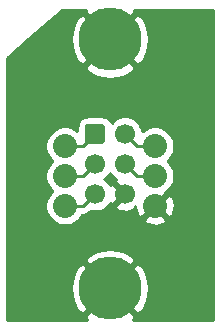
<source format=gbr>
%TF.GenerationSoftware,KiCad,Pcbnew,(5.1.8)-1*%
%TF.CreationDate,2021-11-24T15:46:35-08:00*%
%TF.ProjectId,ISP_SMT_Pogo_6p,4953505f-534d-4545-9f50-6f676f5f3670,rev?*%
%TF.SameCoordinates,Original*%
%TF.FileFunction,Copper,L1,Top*%
%TF.FilePolarity,Positive*%
%FSLAX46Y46*%
G04 Gerber Fmt 4.6, Leading zero omitted, Abs format (unit mm)*
G04 Created by KiCad (PCBNEW (5.1.8)-1) date 2021-11-24 15:46:35*
%MOMM*%
%LPD*%
G01*
G04 APERTURE LIST*
%TA.AperFunction,ComponentPad*%
%ADD10C,2.032000*%
%TD*%
%TA.AperFunction,ComponentPad*%
%ADD11C,1.700000*%
%TD*%
%TA.AperFunction,ComponentPad*%
%ADD12C,5.334000*%
%TD*%
%TA.AperFunction,Conductor*%
%ADD13C,0.250000*%
%TD*%
%TA.AperFunction,Conductor*%
%ADD14C,0.254000*%
%TD*%
%TA.AperFunction,Conductor*%
%ADD15C,0.100000*%
%TD*%
G04 APERTURE END LIST*
D10*
%TO.P,J2,6*%
%TO.N,/GND*%
X144018000Y-81661000D03*
%TO.P,J2,4*%
%TO.N,/MOSI*%
X144018000Y-79121000D03*
%TO.P,J2,5*%
%TO.N,/RST*%
X136398000Y-81661000D03*
%TO.P,J2,3*%
%TO.N,/SCK*%
X136398000Y-79121000D03*
%TO.P,J2,1*%
%TO.N,/MISO*%
X136398000Y-76581000D03*
%TO.P,J2,2*%
%TO.N,/VCC*%
X144018000Y-76581000D03*
%TD*%
D11*
%TO.P,J1,6*%
%TO.N,/GND*%
X141478000Y-80645000D03*
%TO.P,J1,4*%
%TO.N,/MOSI*%
X141478000Y-78105000D03*
%TO.P,J1,2*%
%TO.N,/VCC*%
X141478000Y-75565000D03*
%TO.P,J1,5*%
%TO.N,/RST*%
X138938000Y-80645000D03*
%TO.P,J1,3*%
%TO.N,/SCK*%
X138938000Y-78105000D03*
%TO.P,J1,1*%
%TO.N,/MISO*%
%TA.AperFunction,ComponentPad*%
G36*
G01*
X138088000Y-76165000D02*
X138088000Y-74965000D01*
G75*
G02*
X138338000Y-74715000I250000J0D01*
G01*
X139538000Y-74715000D01*
G75*
G02*
X139788000Y-74965000I0J-250000D01*
G01*
X139788000Y-76165000D01*
G75*
G02*
X139538000Y-76415000I-250000J0D01*
G01*
X138338000Y-76415000D01*
G75*
G02*
X138088000Y-76165000I0J250000D01*
G01*
G37*
%TD.AperFunction*%
%TD*%
D12*
%TO.P,H2,2*%
%TO.N,/GND*%
X140208000Y-88646000D03*
%TD*%
%TO.P,H1,1*%
%TO.N,/GND*%
X140208000Y-67564000D03*
%TD*%
D13*
%TO.N,/MOSI*%
X142494000Y-79121000D02*
X141478000Y-78105000D01*
X144018000Y-79121000D02*
X142494000Y-79121000D01*
%TO.N,/RST*%
X137922000Y-81661000D02*
X138938000Y-80645000D01*
X136398000Y-81661000D02*
X137922000Y-81661000D01*
%TO.N,/SCK*%
X137922000Y-79121000D02*
X138938000Y-78105000D01*
X136398000Y-79121000D02*
X137922000Y-79121000D01*
%TO.N,/MISO*%
X137922000Y-76581000D02*
X138938000Y-75565000D01*
X136398000Y-76581000D02*
X137922000Y-76581000D01*
%TO.N,/VCC*%
X142494000Y-76581000D02*
X141478000Y-75565000D01*
X144018000Y-76581000D02*
X142494000Y-76581000D01*
%TD*%
D14*
%TO.N,/GND*%
X138065698Y-65242093D02*
X140208000Y-67384395D01*
X142350302Y-65242093D01*
X142218836Y-65049000D01*
X148946000Y-65049000D01*
X148946001Y-91288000D01*
X142132369Y-91288000D01*
X142350302Y-90967907D01*
X140208000Y-88825605D01*
X138065698Y-90967907D01*
X138283631Y-91288000D01*
X131470000Y-91288000D01*
X131470000Y-88642734D01*
X136890024Y-88642734D01*
X136953140Y-89290101D01*
X137141339Y-89912717D01*
X137447389Y-90486654D01*
X137451018Y-90492084D01*
X137886093Y-90788302D01*
X140028395Y-88646000D01*
X140387605Y-88646000D01*
X142529907Y-90788302D01*
X142964982Y-90492084D01*
X143272160Y-89918752D01*
X143461585Y-89296509D01*
X143525976Y-88649266D01*
X143462860Y-88001899D01*
X143274661Y-87379283D01*
X142968611Y-86805346D01*
X142964982Y-86799916D01*
X142529907Y-86503698D01*
X140387605Y-88646000D01*
X140028395Y-88646000D01*
X137886093Y-86503698D01*
X137451018Y-86799916D01*
X137143840Y-87373248D01*
X136954415Y-87995491D01*
X136890024Y-88642734D01*
X131470000Y-88642734D01*
X131470000Y-86324093D01*
X138065698Y-86324093D01*
X140208000Y-88466395D01*
X142350302Y-86324093D01*
X142054084Y-85889018D01*
X141480752Y-85581840D01*
X140858509Y-85392415D01*
X140211266Y-85328024D01*
X139563899Y-85391140D01*
X138941283Y-85579339D01*
X138367346Y-85885389D01*
X138361916Y-85889018D01*
X138065698Y-86324093D01*
X131470000Y-86324093D01*
X131470000Y-76418391D01*
X134747000Y-76418391D01*
X134747000Y-76743609D01*
X134810447Y-77062579D01*
X134934903Y-77363042D01*
X135115585Y-77633451D01*
X135333134Y-77851000D01*
X135115585Y-78068549D01*
X134934903Y-78338958D01*
X134810447Y-78639421D01*
X134747000Y-78958391D01*
X134747000Y-79283609D01*
X134810447Y-79602579D01*
X134934903Y-79903042D01*
X135115585Y-80173451D01*
X135333134Y-80391000D01*
X135115585Y-80608549D01*
X134934903Y-80878958D01*
X134810447Y-81179421D01*
X134747000Y-81498391D01*
X134747000Y-81823609D01*
X134810447Y-82142579D01*
X134934903Y-82443042D01*
X135115585Y-82713451D01*
X135345549Y-82943415D01*
X135615958Y-83124097D01*
X135916421Y-83248553D01*
X136235391Y-83312000D01*
X136560609Y-83312000D01*
X136879579Y-83248553D01*
X137180042Y-83124097D01*
X137450451Y-82943415D01*
X137586043Y-82807823D01*
X143050782Y-82807823D01*
X143148478Y-83073860D01*
X143440821Y-83216348D01*
X143755344Y-83299064D01*
X144079962Y-83318831D01*
X144402198Y-83274888D01*
X144709670Y-83168924D01*
X144887522Y-83073860D01*
X144985218Y-82807823D01*
X144018000Y-81840605D01*
X143050782Y-82807823D01*
X137586043Y-82807823D01*
X137680415Y-82713451D01*
X137861097Y-82443042D01*
X137870227Y-82421000D01*
X137884678Y-82421000D01*
X137922000Y-82424676D01*
X137959322Y-82421000D01*
X137959333Y-82421000D01*
X138070986Y-82410003D01*
X138214247Y-82366546D01*
X138346276Y-82295974D01*
X138462001Y-82201001D01*
X138485804Y-82171998D01*
X138571592Y-82086209D01*
X138791740Y-82130000D01*
X139084260Y-82130000D01*
X139371158Y-82072932D01*
X139641411Y-81960990D01*
X139884632Y-81798475D01*
X140091475Y-81591632D01*
X140207311Y-81418271D01*
X140449603Y-81493792D01*
X141298395Y-80645000D01*
X140449603Y-79796208D01*
X140207311Y-79871729D01*
X140091475Y-79698368D01*
X139884632Y-79491525D01*
X139710240Y-79375000D01*
X139884632Y-79258475D01*
X140091475Y-79051632D01*
X140208000Y-78877240D01*
X140324525Y-79051632D01*
X140531368Y-79258475D01*
X140704729Y-79374311D01*
X140629208Y-79616603D01*
X141478000Y-80465395D01*
X141492143Y-80451253D01*
X141671748Y-80630858D01*
X141657605Y-80645000D01*
X141671748Y-80659143D01*
X141492143Y-80838748D01*
X141478000Y-80824605D01*
X140629208Y-81673397D01*
X140706843Y-81922472D01*
X140970883Y-82048371D01*
X141254411Y-82120339D01*
X141546531Y-82135611D01*
X141836019Y-82093599D01*
X142111747Y-81995919D01*
X142249157Y-81922472D01*
X142326791Y-81673399D01*
X142361098Y-81707706D01*
X142360169Y-81722962D01*
X142404112Y-82045198D01*
X142510076Y-82352670D01*
X142605140Y-82530522D01*
X142871177Y-82628218D01*
X143838395Y-81661000D01*
X144197605Y-81661000D01*
X145164823Y-82628218D01*
X145430860Y-82530522D01*
X145573348Y-82238179D01*
X145656064Y-81923656D01*
X145675831Y-81599038D01*
X145631888Y-81276802D01*
X145525924Y-80969330D01*
X145430860Y-80791478D01*
X145164823Y-80693782D01*
X144197605Y-81661000D01*
X143838395Y-81661000D01*
X143824253Y-81646858D01*
X144003858Y-81467253D01*
X144018000Y-81481395D01*
X144985218Y-80514177D01*
X144969351Y-80470968D01*
X145070451Y-80403415D01*
X145300415Y-80173451D01*
X145481097Y-79903042D01*
X145605553Y-79602579D01*
X145669000Y-79283609D01*
X145669000Y-78958391D01*
X145605553Y-78639421D01*
X145481097Y-78338958D01*
X145300415Y-78068549D01*
X145082866Y-77851000D01*
X145300415Y-77633451D01*
X145481097Y-77363042D01*
X145605553Y-77062579D01*
X145669000Y-76743609D01*
X145669000Y-76418391D01*
X145605553Y-76099421D01*
X145481097Y-75798958D01*
X145300415Y-75528549D01*
X145070451Y-75298585D01*
X144800042Y-75117903D01*
X144499579Y-74993447D01*
X144180609Y-74930000D01*
X143855391Y-74930000D01*
X143536421Y-74993447D01*
X143235958Y-75117903D01*
X142965549Y-75298585D01*
X142943488Y-75320646D01*
X142905932Y-75131842D01*
X142793990Y-74861589D01*
X142631475Y-74618368D01*
X142424632Y-74411525D01*
X142181411Y-74249010D01*
X141911158Y-74137068D01*
X141624260Y-74080000D01*
X141331740Y-74080000D01*
X141044842Y-74137068D01*
X140774589Y-74249010D01*
X140531368Y-74411525D01*
X140344285Y-74598608D01*
X140276405Y-74471614D01*
X140165962Y-74337038D01*
X140031386Y-74226595D01*
X139877850Y-74144528D01*
X139711254Y-74093992D01*
X139538000Y-74076928D01*
X138338000Y-74076928D01*
X138164746Y-74093992D01*
X137998150Y-74144528D01*
X137844614Y-74226595D01*
X137710038Y-74337038D01*
X137599595Y-74471614D01*
X137517528Y-74625150D01*
X137466992Y-74791746D01*
X137449928Y-74965000D01*
X137449928Y-75298236D01*
X137180042Y-75117903D01*
X136879579Y-74993447D01*
X136560609Y-74930000D01*
X136235391Y-74930000D01*
X135916421Y-74993447D01*
X135615958Y-75117903D01*
X135345549Y-75298585D01*
X135115585Y-75528549D01*
X134934903Y-75798958D01*
X134810447Y-76099421D01*
X134747000Y-76418391D01*
X131470000Y-76418391D01*
X131470000Y-69885907D01*
X138065698Y-69885907D01*
X138361916Y-70320982D01*
X138935248Y-70628160D01*
X139557491Y-70817585D01*
X140204734Y-70881976D01*
X140852101Y-70818860D01*
X141474717Y-70630661D01*
X142048654Y-70324611D01*
X142054084Y-70320982D01*
X142350302Y-69885907D01*
X140208000Y-67743605D01*
X138065698Y-69885907D01*
X131470000Y-69885907D01*
X131470000Y-69133486D01*
X133267431Y-67560734D01*
X136890024Y-67560734D01*
X136953140Y-68208101D01*
X137141339Y-68830717D01*
X137447389Y-69404654D01*
X137451018Y-69410084D01*
X137886093Y-69706302D01*
X140028395Y-67564000D01*
X140387605Y-67564000D01*
X142529907Y-69706302D01*
X142964982Y-69410084D01*
X143272160Y-68836752D01*
X143461585Y-68214509D01*
X143525976Y-67567266D01*
X143462860Y-66919899D01*
X143274661Y-66297283D01*
X142968611Y-65723346D01*
X142964982Y-65717916D01*
X142529907Y-65421698D01*
X140387605Y-67564000D01*
X140028395Y-67564000D01*
X137886093Y-65421698D01*
X137451018Y-65717916D01*
X137143840Y-66291248D01*
X136954415Y-66913491D01*
X136890024Y-67560734D01*
X133267431Y-67560734D01*
X136137986Y-65049000D01*
X138197164Y-65049000D01*
X138065698Y-65242093D01*
%TA.AperFunction,Conductor*%
D15*
G36*
X138065698Y-65242093D02*
G01*
X140208000Y-67384395D01*
X142350302Y-65242093D01*
X142218836Y-65049000D01*
X148946000Y-65049000D01*
X148946001Y-91288000D01*
X142132369Y-91288000D01*
X142350302Y-90967907D01*
X140208000Y-88825605D01*
X138065698Y-90967907D01*
X138283631Y-91288000D01*
X131470000Y-91288000D01*
X131470000Y-88642734D01*
X136890024Y-88642734D01*
X136953140Y-89290101D01*
X137141339Y-89912717D01*
X137447389Y-90486654D01*
X137451018Y-90492084D01*
X137886093Y-90788302D01*
X140028395Y-88646000D01*
X140387605Y-88646000D01*
X142529907Y-90788302D01*
X142964982Y-90492084D01*
X143272160Y-89918752D01*
X143461585Y-89296509D01*
X143525976Y-88649266D01*
X143462860Y-88001899D01*
X143274661Y-87379283D01*
X142968611Y-86805346D01*
X142964982Y-86799916D01*
X142529907Y-86503698D01*
X140387605Y-88646000D01*
X140028395Y-88646000D01*
X137886093Y-86503698D01*
X137451018Y-86799916D01*
X137143840Y-87373248D01*
X136954415Y-87995491D01*
X136890024Y-88642734D01*
X131470000Y-88642734D01*
X131470000Y-86324093D01*
X138065698Y-86324093D01*
X140208000Y-88466395D01*
X142350302Y-86324093D01*
X142054084Y-85889018D01*
X141480752Y-85581840D01*
X140858509Y-85392415D01*
X140211266Y-85328024D01*
X139563899Y-85391140D01*
X138941283Y-85579339D01*
X138367346Y-85885389D01*
X138361916Y-85889018D01*
X138065698Y-86324093D01*
X131470000Y-86324093D01*
X131470000Y-76418391D01*
X134747000Y-76418391D01*
X134747000Y-76743609D01*
X134810447Y-77062579D01*
X134934903Y-77363042D01*
X135115585Y-77633451D01*
X135333134Y-77851000D01*
X135115585Y-78068549D01*
X134934903Y-78338958D01*
X134810447Y-78639421D01*
X134747000Y-78958391D01*
X134747000Y-79283609D01*
X134810447Y-79602579D01*
X134934903Y-79903042D01*
X135115585Y-80173451D01*
X135333134Y-80391000D01*
X135115585Y-80608549D01*
X134934903Y-80878958D01*
X134810447Y-81179421D01*
X134747000Y-81498391D01*
X134747000Y-81823609D01*
X134810447Y-82142579D01*
X134934903Y-82443042D01*
X135115585Y-82713451D01*
X135345549Y-82943415D01*
X135615958Y-83124097D01*
X135916421Y-83248553D01*
X136235391Y-83312000D01*
X136560609Y-83312000D01*
X136879579Y-83248553D01*
X137180042Y-83124097D01*
X137450451Y-82943415D01*
X137586043Y-82807823D01*
X143050782Y-82807823D01*
X143148478Y-83073860D01*
X143440821Y-83216348D01*
X143755344Y-83299064D01*
X144079962Y-83318831D01*
X144402198Y-83274888D01*
X144709670Y-83168924D01*
X144887522Y-83073860D01*
X144985218Y-82807823D01*
X144018000Y-81840605D01*
X143050782Y-82807823D01*
X137586043Y-82807823D01*
X137680415Y-82713451D01*
X137861097Y-82443042D01*
X137870227Y-82421000D01*
X137884678Y-82421000D01*
X137922000Y-82424676D01*
X137959322Y-82421000D01*
X137959333Y-82421000D01*
X138070986Y-82410003D01*
X138214247Y-82366546D01*
X138346276Y-82295974D01*
X138462001Y-82201001D01*
X138485804Y-82171998D01*
X138571592Y-82086209D01*
X138791740Y-82130000D01*
X139084260Y-82130000D01*
X139371158Y-82072932D01*
X139641411Y-81960990D01*
X139884632Y-81798475D01*
X140091475Y-81591632D01*
X140207311Y-81418271D01*
X140449603Y-81493792D01*
X141298395Y-80645000D01*
X140449603Y-79796208D01*
X140207311Y-79871729D01*
X140091475Y-79698368D01*
X139884632Y-79491525D01*
X139710240Y-79375000D01*
X139884632Y-79258475D01*
X140091475Y-79051632D01*
X140208000Y-78877240D01*
X140324525Y-79051632D01*
X140531368Y-79258475D01*
X140704729Y-79374311D01*
X140629208Y-79616603D01*
X141478000Y-80465395D01*
X141492143Y-80451253D01*
X141671748Y-80630858D01*
X141657605Y-80645000D01*
X141671748Y-80659143D01*
X141492143Y-80838748D01*
X141478000Y-80824605D01*
X140629208Y-81673397D01*
X140706843Y-81922472D01*
X140970883Y-82048371D01*
X141254411Y-82120339D01*
X141546531Y-82135611D01*
X141836019Y-82093599D01*
X142111747Y-81995919D01*
X142249157Y-81922472D01*
X142326791Y-81673399D01*
X142361098Y-81707706D01*
X142360169Y-81722962D01*
X142404112Y-82045198D01*
X142510076Y-82352670D01*
X142605140Y-82530522D01*
X142871177Y-82628218D01*
X143838395Y-81661000D01*
X144197605Y-81661000D01*
X145164823Y-82628218D01*
X145430860Y-82530522D01*
X145573348Y-82238179D01*
X145656064Y-81923656D01*
X145675831Y-81599038D01*
X145631888Y-81276802D01*
X145525924Y-80969330D01*
X145430860Y-80791478D01*
X145164823Y-80693782D01*
X144197605Y-81661000D01*
X143838395Y-81661000D01*
X143824253Y-81646858D01*
X144003858Y-81467253D01*
X144018000Y-81481395D01*
X144985218Y-80514177D01*
X144969351Y-80470968D01*
X145070451Y-80403415D01*
X145300415Y-80173451D01*
X145481097Y-79903042D01*
X145605553Y-79602579D01*
X145669000Y-79283609D01*
X145669000Y-78958391D01*
X145605553Y-78639421D01*
X145481097Y-78338958D01*
X145300415Y-78068549D01*
X145082866Y-77851000D01*
X145300415Y-77633451D01*
X145481097Y-77363042D01*
X145605553Y-77062579D01*
X145669000Y-76743609D01*
X145669000Y-76418391D01*
X145605553Y-76099421D01*
X145481097Y-75798958D01*
X145300415Y-75528549D01*
X145070451Y-75298585D01*
X144800042Y-75117903D01*
X144499579Y-74993447D01*
X144180609Y-74930000D01*
X143855391Y-74930000D01*
X143536421Y-74993447D01*
X143235958Y-75117903D01*
X142965549Y-75298585D01*
X142943488Y-75320646D01*
X142905932Y-75131842D01*
X142793990Y-74861589D01*
X142631475Y-74618368D01*
X142424632Y-74411525D01*
X142181411Y-74249010D01*
X141911158Y-74137068D01*
X141624260Y-74080000D01*
X141331740Y-74080000D01*
X141044842Y-74137068D01*
X140774589Y-74249010D01*
X140531368Y-74411525D01*
X140344285Y-74598608D01*
X140276405Y-74471614D01*
X140165962Y-74337038D01*
X140031386Y-74226595D01*
X139877850Y-74144528D01*
X139711254Y-74093992D01*
X139538000Y-74076928D01*
X138338000Y-74076928D01*
X138164746Y-74093992D01*
X137998150Y-74144528D01*
X137844614Y-74226595D01*
X137710038Y-74337038D01*
X137599595Y-74471614D01*
X137517528Y-74625150D01*
X137466992Y-74791746D01*
X137449928Y-74965000D01*
X137449928Y-75298236D01*
X137180042Y-75117903D01*
X136879579Y-74993447D01*
X136560609Y-74930000D01*
X136235391Y-74930000D01*
X135916421Y-74993447D01*
X135615958Y-75117903D01*
X135345549Y-75298585D01*
X135115585Y-75528549D01*
X134934903Y-75798958D01*
X134810447Y-76099421D01*
X134747000Y-76418391D01*
X131470000Y-76418391D01*
X131470000Y-69885907D01*
X138065698Y-69885907D01*
X138361916Y-70320982D01*
X138935248Y-70628160D01*
X139557491Y-70817585D01*
X140204734Y-70881976D01*
X140852101Y-70818860D01*
X141474717Y-70630661D01*
X142048654Y-70324611D01*
X142054084Y-70320982D01*
X142350302Y-69885907D01*
X140208000Y-67743605D01*
X138065698Y-69885907D01*
X131470000Y-69885907D01*
X131470000Y-69133486D01*
X133267431Y-67560734D01*
X136890024Y-67560734D01*
X136953140Y-68208101D01*
X137141339Y-68830717D01*
X137447389Y-69404654D01*
X137451018Y-69410084D01*
X137886093Y-69706302D01*
X140028395Y-67564000D01*
X140387605Y-67564000D01*
X142529907Y-69706302D01*
X142964982Y-69410084D01*
X143272160Y-68836752D01*
X143461585Y-68214509D01*
X143525976Y-67567266D01*
X143462860Y-66919899D01*
X143274661Y-66297283D01*
X142968611Y-65723346D01*
X142964982Y-65717916D01*
X142529907Y-65421698D01*
X140387605Y-67564000D01*
X140028395Y-67564000D01*
X137886093Y-65421698D01*
X137451018Y-65717916D01*
X137143840Y-66291248D01*
X136954415Y-66913491D01*
X136890024Y-67560734D01*
X133267431Y-67560734D01*
X136137986Y-65049000D01*
X138197164Y-65049000D01*
X138065698Y-65242093D01*
G37*
%TD.AperFunction*%
%TD*%
M02*

</source>
